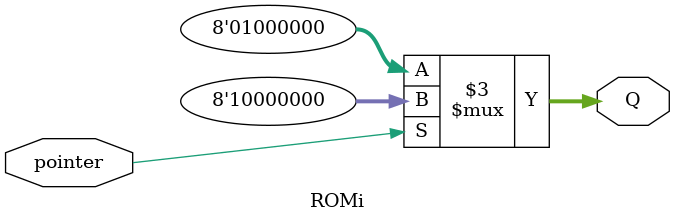
<source format=v>
`timescale 1ns/1ns
module ROMi(input pointer , output reg [7:0] Q);
  always@(pointer) begin
    case(pointer)
      1: Q = 1_0000000;
      2: Q = 0_1000000;
      3: Q = 0_0101010;
      4: Q = 0_0100000;
      5: Q = 0_0011001;
      6: Q = 0_0010101;
      7: Q = 0_0010010;
      8: Q = 0_0010000;
      9: Q = 0_0001110;
      10: Q = 0_0001100;
      11: Q = 0_0001011;
      12: Q = 0_0001010;
      13: Q = 0_0001001;
      14: Q = 0_0001001;
      15: Q = 0_0001000;
      16: Q = 0_0001000;
      default Q = 0_1000000;
    endcase
  end
  
endmodule

</source>
